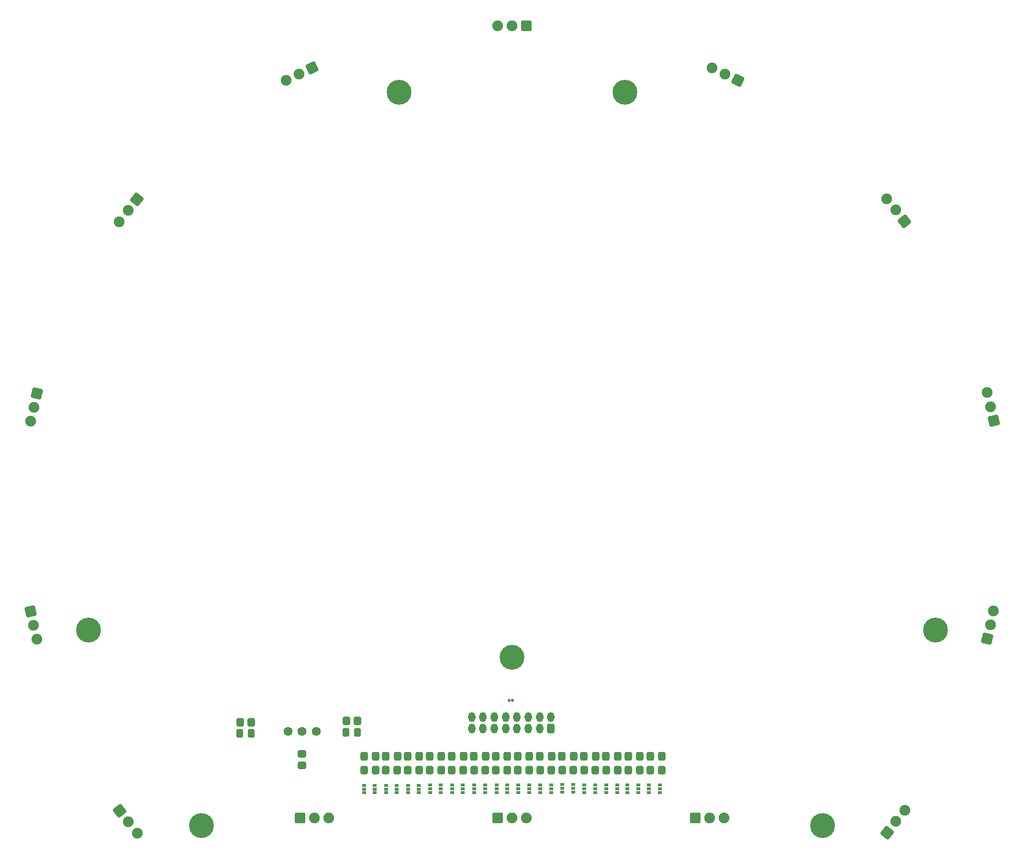
<source format=gts>
G04 #@! TF.GenerationSoftware,KiCad,Pcbnew,6.0.2-378541a8eb~116~ubuntu20.04.1*
G04 #@! TF.CreationDate,2022-02-16T22:28:01+01:00*
G04 #@! TF.ProjectId,IR_Board,49525f42-6f61-4726-942e-6b696361645f,rev?*
G04 #@! TF.SameCoordinates,Original*
G04 #@! TF.FileFunction,Soldermask,Top*
G04 #@! TF.FilePolarity,Negative*
%FSLAX46Y46*%
G04 Gerber Fmt 4.6, Leading zero omitted, Abs format (unit mm)*
G04 Created by KiCad (PCBNEW 6.0.2-378541a8eb~116~ubuntu20.04.1) date 2022-02-16 22:28:01*
%MOMM*%
%LPD*%
G01*
G04 APERTURE LIST*
G04 Aperture macros list*
%AMRoundRect*
0 Rectangle with rounded corners*
0 $1 Rounding radius*
0 $2 $3 $4 $5 $6 $7 $8 $9 X,Y pos of 4 corners*
0 Add a 4 corners polygon primitive as box body*
4,1,4,$2,$3,$4,$5,$6,$7,$8,$9,$2,$3,0*
0 Add four circle primitives for the rounded corners*
1,1,$1+$1,$2,$3*
1,1,$1+$1,$4,$5*
1,1,$1+$1,$6,$7*
1,1,$1+$1,$8,$9*
0 Add four rect primitives between the rounded corners*
20,1,$1+$1,$2,$3,$4,$5,0*
20,1,$1+$1,$4,$5,$6,$7,0*
20,1,$1+$1,$6,$7,$8,$9,0*
20,1,$1+$1,$8,$9,$2,$3,0*%
G04 Aperture macros list end*
%ADD10RoundRect,0.150000X0.130000X0.100000X-0.130000X0.100000X-0.130000X-0.100000X0.130000X-0.100000X0*%
%ADD11RoundRect,0.300000X0.337500X0.475000X-0.337500X0.475000X-0.337500X-0.475000X0.337500X-0.475000X0*%
%ADD12RoundRect,0.300000X0.325000X0.450000X-0.325000X0.450000X-0.325000X-0.450000X0.325000X-0.450000X0*%
%ADD13RoundRect,0.300000X-0.325000X-0.450000X0.325000X-0.450000X0.325000X0.450000X-0.325000X0.450000X0*%
%ADD14RoundRect,0.300000X0.350000X0.575000X-0.350000X0.575000X-0.350000X-0.575000X0.350000X-0.575000X0*%
%ADD15O,1.300000X1.750000*%
%ADD16RoundRect,0.050000X-0.325000X-0.200000X0.325000X-0.200000X0.325000X0.200000X-0.325000X0.200000X0*%
%ADD17RoundRect,0.300000X0.350000X0.450000X-0.350000X0.450000X-0.350000X-0.450000X0.350000X-0.450000X0*%
%ADD18RoundRect,0.300000X0.450000X-0.350000X0.450000X0.350000X-0.450000X0.350000X-0.450000X-0.350000X0*%
%ADD19RoundRect,0.300000X-0.350000X-0.450000X0.350000X-0.450000X0.350000X0.450000X-0.350000X0.450000X0*%
%ADD20RoundRect,0.300200X-0.778468X0.488332X-0.488332X-0.778468X0.778468X-0.488332X0.488332X0.778468X0*%
%ADD21C,1.900000*%
%ADD22RoundRect,0.300200X-0.488332X0.778468X-0.778468X-0.488332X0.488332X-0.778468X0.778468X0.488332X0*%
%ADD23RoundRect,0.300200X-0.102435X0.913229X-0.913229X-0.102435X0.102435X-0.913229X0.913229X0.102435X0*%
%ADD24RoundRect,0.300200X0.303728X0.867312X-0.867312X0.303728X-0.303728X-0.867312X0.867312X-0.303728X0*%
%ADD25RoundRect,0.300200X0.867312X0.303728X-0.303728X0.867312X-0.867312X-0.303728X0.303728X-0.867312X0*%
%ADD26RoundRect,0.300200X0.913229X-0.102435X0.102435X0.913229X-0.913229X0.102435X-0.102435X-0.913229X0*%
%ADD27RoundRect,0.300200X0.778468X-0.488332X0.488332X0.778468X-0.778468X0.488332X-0.488332X-0.778468X0*%
%ADD28RoundRect,0.300200X0.488332X-0.778468X0.778468X0.488332X-0.488332X0.778468X-0.778468X-0.488332X0*%
%ADD29RoundRect,0.300200X0.102435X-0.913229X0.913229X0.102435X-0.102435X0.913229X-0.913229X-0.102435X0*%
%ADD30RoundRect,0.300200X-0.649800X-0.649800X0.649800X-0.649800X0.649800X0.649800X-0.649800X0.649800X0*%
%ADD31RoundRect,0.300200X-0.913229X0.102435X-0.102435X-0.913229X0.913229X-0.102435X0.102435X0.913229X0*%
%ADD32RoundRect,0.300200X0.649800X0.649800X-0.649800X0.649800X-0.649800X-0.649800X0.649800X-0.649800X0*%
%ADD33C,4.400000*%
%ADD34C,1.600000*%
G04 APERTURE END LIST*
D10*
X151520000Y-142500000D03*
X150880000Y-142500000D03*
D11*
X154510500Y-152400000D03*
X152435500Y-152400000D03*
X127337500Y-152400000D03*
X125262500Y-152400000D03*
X150587500Y-152400000D03*
X148512500Y-152400000D03*
X177937500Y-152400000D03*
X175862500Y-152400000D03*
X146737500Y-152400000D03*
X144662500Y-152400000D03*
X174037500Y-152400000D03*
X171962500Y-152400000D03*
X142837500Y-152400000D03*
X140762500Y-152400000D03*
X170137500Y-152400000D03*
X168062500Y-152400000D03*
X166237500Y-152400000D03*
X164162500Y-152400000D03*
X138937500Y-152400000D03*
X136862500Y-152400000D03*
X135037500Y-152400000D03*
X132962500Y-152400000D03*
X162337500Y-152400000D03*
X160262500Y-152400000D03*
X131175000Y-152400000D03*
X129100000Y-152400000D03*
X158437500Y-152400000D03*
X156362500Y-152400000D03*
D12*
X105325000Y-148400000D03*
X103275000Y-148400000D03*
D13*
X122050000Y-148200000D03*
X124100000Y-148200000D03*
D14*
X158300000Y-147500000D03*
D15*
X158300000Y-145500000D03*
X156300000Y-147500000D03*
X156300000Y-145500000D03*
X154300000Y-147500000D03*
X154300000Y-145500000D03*
X152300000Y-147500000D03*
X152300000Y-145500000D03*
X150300000Y-147500000D03*
X150300000Y-145500000D03*
X148300000Y-147500000D03*
X148300000Y-145500000D03*
X146300000Y-147500000D03*
X146300000Y-145500000D03*
X144300000Y-147500000D03*
X144300000Y-145500000D03*
D16*
X152550000Y-157550000D03*
X152550000Y-158200000D03*
X152550000Y-158850000D03*
X154450000Y-158850000D03*
X154450000Y-158200000D03*
X154450000Y-157550000D03*
X148700000Y-157550000D03*
X148700000Y-158200000D03*
X148700000Y-158850000D03*
X150600000Y-158850000D03*
X150600000Y-158200000D03*
X150600000Y-157550000D03*
X144750000Y-157550000D03*
X144750000Y-158200000D03*
X144750000Y-158850000D03*
X146650000Y-158850000D03*
X146650000Y-158200000D03*
X146650000Y-157550000D03*
X140850000Y-157550000D03*
X140850000Y-158200000D03*
X140850000Y-158850000D03*
X142750000Y-158850000D03*
X142750000Y-158200000D03*
X142750000Y-157550000D03*
X136950000Y-157550000D03*
X136950000Y-158200000D03*
X136950000Y-158850000D03*
X138850000Y-158850000D03*
X138850000Y-158200000D03*
X138850000Y-157550000D03*
X133050000Y-157600000D03*
X133050000Y-158250000D03*
X133050000Y-158900000D03*
X134950000Y-158900000D03*
X134950000Y-158250000D03*
X134950000Y-157600000D03*
X129150000Y-157600000D03*
X129150000Y-158250000D03*
X129150000Y-158900000D03*
X131050000Y-158900000D03*
X131050000Y-158250000D03*
X131050000Y-157600000D03*
X125250000Y-157600000D03*
X125250000Y-158250000D03*
X125250000Y-158900000D03*
X127150000Y-158900000D03*
X127150000Y-158250000D03*
X127150000Y-157600000D03*
X175650000Y-157550000D03*
X175650000Y-158200000D03*
X175650000Y-158850000D03*
X177550000Y-158850000D03*
X177550000Y-158200000D03*
X177550000Y-157550000D03*
X171850000Y-157550000D03*
X171850000Y-158200000D03*
X171850000Y-158850000D03*
X173750000Y-158850000D03*
X173750000Y-158200000D03*
X173750000Y-157550000D03*
X168150000Y-157550000D03*
X168150000Y-158200000D03*
X168150000Y-158850000D03*
X170050000Y-158850000D03*
X170050000Y-158200000D03*
X170050000Y-157550000D03*
X164250000Y-157550000D03*
X164250000Y-158200000D03*
X164250000Y-158850000D03*
X166150000Y-158850000D03*
X166150000Y-158200000D03*
X166150000Y-157550000D03*
X160350000Y-157450000D03*
X160350000Y-158100000D03*
X160350000Y-158750000D03*
X162250000Y-158750000D03*
X162250000Y-158100000D03*
X162250000Y-157450000D03*
X156450000Y-157550000D03*
X156450000Y-158200000D03*
X156450000Y-158850000D03*
X158350000Y-158850000D03*
X158350000Y-158200000D03*
X158350000Y-157550000D03*
D17*
X127262500Y-154920000D03*
X125262500Y-154920000D03*
X154473000Y-154914000D03*
X152473000Y-154914000D03*
X177900000Y-154900000D03*
X175900000Y-154900000D03*
X150550000Y-154900000D03*
X148550000Y-154900000D03*
X174000000Y-154900000D03*
X172000000Y-154900000D03*
X146700000Y-154900000D03*
X144700000Y-154900000D03*
X170100000Y-154900000D03*
X168100000Y-154900000D03*
X142800000Y-154900000D03*
X140800000Y-154900000D03*
D18*
X114300000Y-154000000D03*
X114300000Y-152000000D03*
D17*
X166200000Y-154900000D03*
X164200000Y-154900000D03*
X138900000Y-154900000D03*
X136900000Y-154900000D03*
D19*
X103300000Y-146400000D03*
X105300000Y-146400000D03*
D17*
X124100000Y-146200000D03*
X122100000Y-146200000D03*
X162300000Y-154900000D03*
X160300000Y-154900000D03*
X134962500Y-154920000D03*
X132962500Y-154920000D03*
X158400000Y-154900000D03*
X156400000Y-154900000D03*
X131100000Y-154920000D03*
X129100000Y-154920000D03*
D20*
X66230500Y-126746000D03*
D21*
X66797555Y-129221893D03*
X67364611Y-131697787D03*
D22*
X67373500Y-88138000D03*
D21*
X66806445Y-90613893D03*
X66239389Y-93089787D03*
D23*
X85090000Y-53784500D03*
D21*
X83505346Y-55769562D03*
X81920692Y-57754624D03*
D24*
X116014500Y-30543500D03*
D21*
X113725764Y-31644994D03*
X111437029Y-32746488D03*
D25*
X191363600Y-32715200D03*
D21*
X189074864Y-31613706D03*
X186786129Y-30512212D03*
D26*
X220878400Y-57683400D03*
D21*
X219293746Y-55698338D03*
X217709092Y-53713276D03*
D27*
X236651800Y-92989400D03*
D21*
X236084745Y-90513507D03*
X235517689Y-88037613D03*
D28*
X235508800Y-131622800D03*
D21*
X236075855Y-129146907D03*
X236642911Y-126671013D03*
D29*
X217779600Y-165963600D03*
D21*
X219364254Y-163978538D03*
X220948908Y-161993476D03*
D30*
X113919000Y-163385500D03*
D21*
X116459000Y-163385500D03*
X118999000Y-163385500D03*
D30*
X148907500Y-163385500D03*
D21*
X151447500Y-163385500D03*
X153987500Y-163385500D03*
D30*
X183896000Y-163385500D03*
D21*
X186436000Y-163385500D03*
X188976000Y-163385500D03*
D31*
X81978500Y-162052000D03*
D21*
X83563154Y-164037062D03*
X85147808Y-166022124D03*
D32*
X153949400Y-23050500D03*
D21*
X151409400Y-23050500D03*
X148869400Y-23050500D03*
D33*
X226400000Y-130040000D03*
X151440000Y-134870000D03*
X131430000Y-34870000D03*
X76480000Y-130040000D03*
X96480000Y-164690000D03*
X171450000Y-34860000D03*
D34*
X111800000Y-148000000D03*
X114300000Y-148000000D03*
X116800000Y-148000000D03*
D33*
X206380000Y-164680000D03*
M02*

</source>
